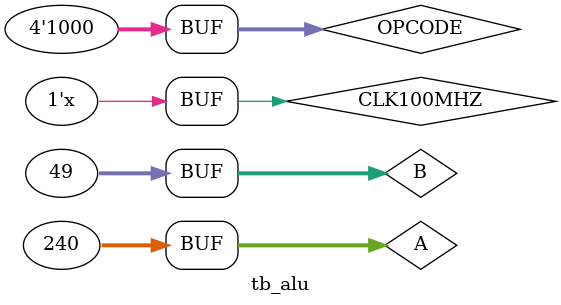
<source format=v>
`timescale 1ns / 1ps

`define lenghtIN 32
`define lenghtOP 4

module tb_alu(
    );
	
	reg [`lenghtIN-1 : 0] A;
	reg [`lenghtIN-1 : 0] B;
	reg [`lenghtOP-1 : 0] OPCODE;
	reg CLK100MHZ;

	alu #(.lenghtIN(`lenghtIN), .lenghtOP(`lenghtOP))
	u_alu(
		.A(A),
		.B(B),
		.OPCODE(OPCODE)
		);

	initial begin
		CLK100MHZ = 0;

		A = `lenghtIN'h3;
		B = `lenghtIN'h15;
		OPCODE = `lenghtOP'b0000; //shift left

		#10

		A = `lenghtIN'h2;
		B = `lenghtIN'h15;
		OPCODE = `lenghtOP'b0001; //shift right logico

		#10

		A = `lenghtIN'h2;
		B = -`lenghtIN'h15;
		OPCODE = `lenghtOP'b0010; //shift right aritmetico

		#10

		A = `lenghtIN'h10;
		B = `lenghtIN'h20;
		OPCODE = `lenghtOP'b0011; //add

		#10

		A = `lenghtIN'h2;
		B = -`lenghtIN'h15;
		OPCODE = `lenghtOP'b0100; //sub

		#10

		A = `lenghtIN'hF0;
		B = `lenghtIN'hE4;
		OPCODE = `lenghtOP'b0101; //and

		#10

		A = `lenghtIN'h0F;
		B = `lenghtIN'h41;
		OPCODE = `lenghtOP'b0110; //or

		#10

		A = `lenghtIN'hFB;
		B = `lenghtIN'h64;
		OPCODE = `lenghtOP'b0111; //xor

		#10

		A = `lenghtIN'hF0;
		B = `lenghtIN'h31;
		OPCODE = `lenghtOP'b1000; //nor

	end

	always
		#5 CLK100MHZ = ~CLK100MHZ;
		
endmodule
</source>
